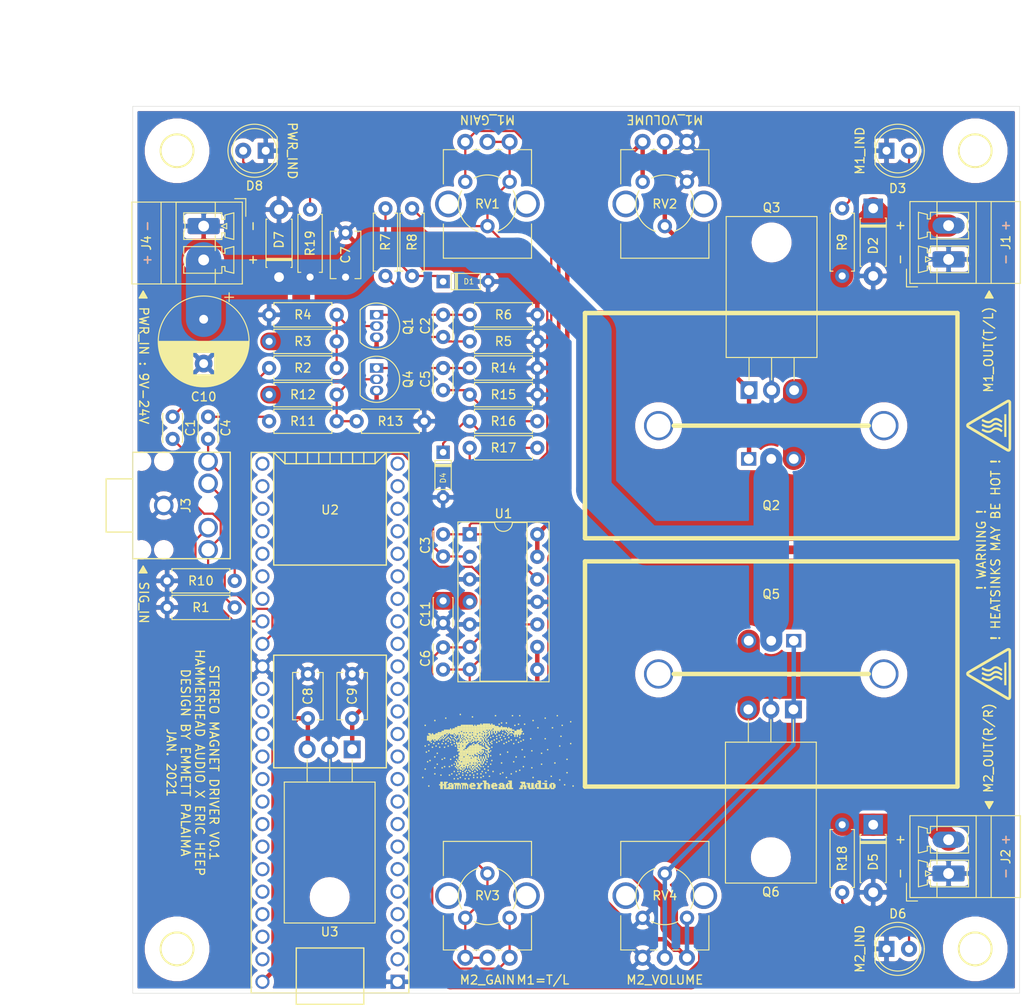
<source format=kicad_pcb>
(kicad_pcb (version 20171130) (host pcbnew "(5.1.2-1)-1")
  (layers (0 F.Cu signal) (31 B.Cu signal) (34 B.Paste user) (35 F.Paste user) (36 B.SilkS user) (37 F.SilkS user) (38 B.Mask user) (39 F.Mask user) (44 Edge.Cuts user))
  (net 0 "")
  (net 1 "Net-(C1-Pad1)")
  (net 2 IN_L)
  (net 3 "Net-(C2-Pad1)")
  (net 4 "Net-(C2-Pad2)")
  (net 5 "Net-(C3-Pad2)")
  (net 6 "Net-(C3-Pad1)")
  (net 7 IN_R)
  (net 8 "Net-(C4-Pad1)")
  (net 9 "Net-(C5-Pad2)")
  (net 10 "Net-(C5-Pad1)")
  (net 11 "Net-(C6-Pad1)")
  (net 12 "Net-(C6-Pad2)")
  (net 13 GND)
  (net 14 VDC)
  (net 15 +5V)
  (net 16 "Net-(D1-Pad1)")
  (net 17 "Net-(D2-Pad1)")
  (net 18 "Net-(D3-Pad2)")
  (net 19 "Net-(D4-Pad1)")
  (net 20 "Net-(D5-Pad1)")
  (net 21 "Net-(D6-Pad2)")
  (net 22 "Net-(D8-Pad2)")
  (net 23 TEENSY_R)
  (net 24 TEENSY_L)
  (net 25 "Net-(Q1-Pad2)")
  (net 26 "Net-(Q2-Pad1)")
  (net 27 "Net-(Q4-Pad2)")
  (net 28 "Net-(Q5-Pad1)")
  (net 29 "Net-(RV2-Pad3)")
  (net 30 "Net-(RV4-Pad3)")
  (net 31 "Net-(U2-Pad17)")
  (net 32 "Net-(U2-Pad18)")
  (net 33 "Net-(U2-Pad19)")
  (net 34 "Net-(U2-Pad20)")
  (net 35 "Net-(U2-Pad16)")
  (net 36 "Net-(U2-Pad15)")
  (net 37 "Net-(U2-Pad14)")
  (net 38 "Net-(U2-Pad21)")
  (net 39 "Net-(U2-Pad22)")
  (net 40 "Net-(U2-Pad23)")
  (net 41 "Net-(U2-Pad24)")
  (net 42 "Net-(U2-Pad25)")
  (net 43 "Net-(U2-Pad26)")
  (net 44 "Net-(U2-Pad27)")
  (net 45 "Net-(U2-Pad28)")
  (net 46 "Net-(U2-Pad29)")
  (net 47 "Net-(U2-Pad30)")
  (net 48 "Net-(U2-Pad31)")
  (net 49 "Net-(U2-Pad13)")
  (net 50 "Net-(U2-Pad12)")
  (net 51 "Net-(U2-Pad11)")
  (net 52 "Net-(U2-Pad10)")
  (net 53 "Net-(U2-Pad9)")
  (net 54 "Net-(U2-Pad8)")
  (net 55 "Net-(U2-Pad7)")
  (net 56 "Net-(U2-Pad6)")
  (net 57 "Net-(U2-Pad5)")
  (net 58 "Net-(U2-Pad4)")
  (net 59 "Net-(U2-Pad3)")
  (net 60 "Net-(U2-Pad2)")
  (net 61 "Net-(U2-Pad35)")
  (net 62 "Net-(U2-Pad36)")
  (net 63 "Net-(U2-Pad37)")
  (net 64 "Net-(U2-Pad38)")
  (net 65 "Net-(U2-Pad39)")
  (net 66 "Net-(U2-Pad40)")
  (net 67 "Net-(U2-Pad41)")
  (net 68 "Net-(U2-Pad42)")
  (net 69 "Net-(U2-Pad43)")
  (net 70 "Net-(U2-Pad44)")
  (net 71 "Net-(U2-Pad45)")
  (net 72 "Net-(U2-Pad46)")
  (net 73 "Net-(U2-Pad47)")
  (module HammerheadAudio:TO-220_BigHeatsink (layer F.Cu) (at 122 114 180)
    (fp_text reference Q5 (at 0 9) (layer F.SilkS))
    (fp_text value TIP122)
    (pad 1 thru_hole rect (at -2.54 3.75 180) (size 1.7 1.524) (drill 1.1) (layers *.Cu *.Mask) (net 28 "Net-(Q5-Pad1)"))
    (pad 2 thru_hole circle (at 0 3.75 180) (size 1.7 1.7) (drill 1.1) (layers *.Cu *.Mask) (net 14 VDC))
    (pad 3 thru_hole circle (at 2.54 3.75 180) (size 1.7 1.7) (drill 1.1) (layers *.Cu *.Mask) (net 20 "Net-(D5-Pad1)"))
    (pad "" np_thru_hole circle (at 12.7 0 180) (size 3.3 3.3) (drill 2.7) (layers *.Cu *.Mask) (clearance 1))
    (pad "" np_thru_hole circle (at -12.7 0 180) (size 3.3 3.3) (drill 2.7) (layers *.Cu *.Mask) (clearance 1))
  )
  (module HammerheadAudio:TO-220_BigHeatsink (layer F.Cu) (at 122 86)
    (fp_text reference Q2 (at 0 9) (layer F.SilkS))
    (fp_text value TIP122)
    (pad 1 thru_hole rect (at -2.54 3.75) (size 1.7 1.524) (drill 1.1) (layers *.Cu *.Mask) (net 26 "Net-(Q2-Pad1)"))
    (pad 2 thru_hole circle (at 0 3.75) (size 1.7 1.7) (drill 1.1) (layers *.Cu *.Mask) (net 14 VDC))
    (pad 3 thru_hole circle (at 2.54 3.75) (size 1.7 1.7) (drill 1.1) (layers *.Cu *.Mask) (net 17 "Net-(D2-Pad1)"))
    (pad "" np_thru_hole circle (at 12.7 0) (size 3.3 3.3) (drill 2.7) (layers *.Cu *.Mask) (clearance 1))
    (pad "" np_thru_hole circle (at -12.7 0) (size 3.3 3.3) (drill 2.7) (layers *.Cu *.Mask) (clearance 1))
  )
  (module HammerheadAudio:HH_LOGO_17.5x8.75mm (layer F.Cu) (at 82.5 118.5)
    (fp_text reference HH_LOGO_17.5x8.75mm hide)
    (fp_text value "" (at 0 0) (layer F.SilkS) (effects (font (size 1.27 1.27))))
  )
  (module HammerheadAudio:HotSymbol (layer F.Cu) (at 146.5 114 90)
    (fp_text reference G*** hide)
    (fp_text value LOGO hide)
  )
  (module HammerheadAudio:HotSymbol (layer F.Cu) (at 146.5 86 90)
    (fp_text reference G*** hide)
    (fp_text value LOGO hide)
  )
  (module Capacitor_THT:C_Disc_D3.0mm_W2.0mm_P2.50mm (layer F.Cu) (at 54.5 85 270)
    (fp_text reference C1 (at 1.25 -2 90) (layer F.SilkS))
    (fp_text value 0.1uf)
    (pad 1 thru_hole circle (at 0 0 270) (size 1.6 1.6) (drill 0.8) (layers *.Cu *.Mask) (net 1 "Net-(C1-Pad1)"))
    (pad 2 thru_hole circle (at 2.5 0 270) (size 1.6 1.6) (drill 0.8) (layers *.Cu *.Mask) (net 2 IN_L))
  )
  (module Capacitor_THT:C_Disc_D3.0mm_W2.0mm_P2.50mm (layer F.Cu) (at 85 73.5 270)
    (fp_text reference C2 (at 1.25 2 90) (layer F.SilkS))
    (fp_text value 0.1uf)
    (pad 1 thru_hole circle (at 0 0 270) (size 1.6 1.6) (drill 0.8) (layers *.Cu *.Mask) (net 3 "Net-(C2-Pad1)"))
    (pad 2 thru_hole circle (at 2.5 0 270) (size 1.6 1.6) (drill 0.8) (layers *.Cu *.Mask) (net 4 "Net-(C2-Pad2)"))
  )
  (module Capacitor_THT:C_Disc_D3.0mm_W2.0mm_P2.50mm (layer F.Cu) (at 85 98.25 270)
    (fp_text reference C3 (at 1.25 2 90) (layer F.SilkS))
    (fp_text value 470pf)
    (pad 2 thru_hole circle (at 2.5 0 270) (size 1.6 1.6) (drill 0.8) (layers *.Cu *.Mask) (net 5 "Net-(C3-Pad2)"))
    (pad 1 thru_hole circle (at 0 0 270) (size 1.6 1.6) (drill 0.8) (layers *.Cu *.Mask) (net 6 "Net-(C3-Pad1)"))
  )
  (module Capacitor_THT:C_Disc_D3.0mm_W2.0mm_P2.50mm (layer F.Cu) (at 58.5 85 270)
    (fp_text reference C4 (at 1.25 -2 90) (layer F.SilkS))
    (fp_text value 0.1uf)
    (pad 2 thru_hole circle (at 2.5 0 270) (size 1.6 1.6) (drill 0.8) (layers *.Cu *.Mask) (net 7 IN_R))
    (pad 1 thru_hole circle (at 0 0 270) (size 1.6 1.6) (drill 0.8) (layers *.Cu *.Mask) (net 8 "Net-(C4-Pad1)"))
  )
  (module Capacitor_THT:C_Disc_D3.0mm_W2.0mm_P2.50mm (layer F.Cu) (at 85 82 90)
    (fp_text reference C5 (at 1.25 -2 270) (layer F.SilkS))
    (fp_text value 0.1uf)
    (pad 2 thru_hole circle (at 2.5 0 90) (size 1.6 1.6) (drill 0.8) (layers *.Cu *.Mask) (net 9 "Net-(C5-Pad2)"))
    (pad 1 thru_hole circle (at 0 0 90) (size 1.6 1.6) (drill 0.8) (layers *.Cu *.Mask) (net 10 "Net-(C5-Pad1)"))
  )
  (module Capacitor_THT:C_Disc_D3.0mm_W2.0mm_P2.50mm (layer F.Cu) (at 85 113.5 90)
    (fp_text reference C6 (at 1.25 -2 90) (layer F.SilkS))
    (fp_text value 470pf)
    (pad 1 thru_hole circle (at 0 0 90) (size 1.6 1.6) (drill 0.8) (layers *.Cu *.Mask) (net 11 "Net-(C6-Pad1)"))
    (pad 2 thru_hole circle (at 2.5 0 90) (size 1.6 1.6) (drill 0.8) (layers *.Cu *.Mask) (net 12 "Net-(C6-Pad2)"))
  )
  (module Capacitor_THT:C_Disc_D5.1mm_W3.2mm_P5.00mm (layer F.Cu) (at 74 64.25 270)
    (fp_text reference C7 (at 2.5 0 90) (layer F.SilkS))
    (fp_text value 10uf)
    (pad 1 thru_hole circle (at 0 0 270) (size 1.6 1.6) (drill 0.8) (layers *.Cu *.Mask) (net 13 GND))
    (pad 2 thru_hole circle (at 5 0 270) (size 1.6 1.6) (drill 0.8) (layers *.Cu *.Mask) (net 14 VDC))
  )
  (module Capacitor_THT:C_Disc_D5.1mm_W3.2mm_P5.00mm (layer F.Cu) (at 69.75 119 90)
    (fp_text reference C8 (at 2.5 0 90) (layer F.SilkS))
    (fp_text value 10uf)
    (pad 2 thru_hole circle (at 5 0 90) (size 1.6 1.6) (drill 0.8) (layers *.Cu *.Mask) (net 13 GND))
    (pad 1 thru_hole circle (at 0 0 90) (size 1.6 1.6) (drill 0.8) (layers *.Cu *.Mask) (net 15 +5V))
  )
  (module Capacitor_THT:C_Disc_D5.1mm_W3.2mm_P5.00mm (layer F.Cu) (at 74.75 119 90)
    (fp_text reference C9 (at 2.5 0 90) (layer F.SilkS))
    (fp_text value 10uf)
    (pad 1 thru_hole circle (at 0 0 90) (size 1.6 1.6) (drill 0.8) (layers *.Cu *.Mask) (net 14 VDC))
    (pad 2 thru_hole circle (at 5 0 90) (size 1.6 1.6) (drill 0.8) (layers *.Cu *.Mask) (net 13 GND))
  )
  (module Capacitor_THT:CP_Radial_D10.0mm_P5.00mm (layer F.Cu) (at 58 74 270)
    (fp_text reference C10 (at 8.75 0 180) (layer F.SilkS))
    (fp_text value CP)
    (pad 1 thru_hole rect (at 0 0 270) (size 2 2) (drill 1) (layers *.Cu *.Mask) (net 14 VDC))
    (pad 2 thru_hole circle (at 5 0 270) (size 2 2) (drill 1) (layers *.Cu *.Mask) (net 13 GND))
  )
  (module HammerheadAudio:DO-35-P5mm (layer F.Cu) (at 85 69.75)
    (fp_text reference D1 (at 2.9 0) (layer F.SilkS) (effects (font (size 0.608 0.608) (thickness 0.0912))))
    (fp_text value 1N914)
    (pad 2 thru_hole oval (at 5.08 0) (size 1.5 1.5) (drill 0.75) (layers *.Cu *.Mask) (net 13 GND))
    (pad 1 thru_hole rect (at 0 0) (size 1.5 1.5) (drill 0.75) (layers *.Cu *.Mask) (net 16 "Net-(D1-Pad1)"))
  )
  (module Diode_THT:D_DO-41_SOD81_P7.62mm_Horizontal (layer F.Cu) (at 133.5 61.5 270)
    (fp_text reference D2 (at 4.2 0 90) (layer F.SilkS))
    (fp_text value 1N4001)
    (pad 2 thru_hole oval (at 7.62 0 270) (size 2.2 2.2) (drill 1.1) (layers *.Cu *.Mask) (net 13 GND))
    (pad 1 thru_hole rect (at 0 0 270) (size 2.2 2.2) (drill 1.1) (layers *.Cu *.Mask) (net 17 "Net-(D2-Pad1)"))
  )
  (module LED_THT:LED_D5.0mm (layer F.Cu) (at 135 55)
    (fp_text reference D3 (at 1.25 4.25) (layer F.SilkS))
    (fp_text value LED)
    (pad 1 thru_hole rect (at 0 0) (size 1.8 1.8) (drill 0.9) (layers *.Cu *.Mask) (net 13 GND))
    (pad 2 thru_hole circle (at 2.54 0) (size 1.8 1.8) (drill 0.9) (layers *.Cu *.Mask) (net 18 "Net-(D3-Pad2)"))
  )
  (module HammerheadAudio:DO-35-P5mm (layer F.Cu) (at 85 89 270)
    (fp_text reference D4 (at 2.9 0 90) (layer F.SilkS) (effects (font (size 0.608 0.608) (thickness 0.0912))))
    (fp_text value 1N914)
    (pad 1 thru_hole rect (at 0 0 270) (size 1.5 1.5) (drill 0.75) (layers *.Cu *.Mask) (net 19 "Net-(D4-Pad1)"))
    (pad 2 thru_hole oval (at 5.08 0 270) (size 1.5 1.5) (drill 0.75) (layers *.Cu *.Mask) (net 13 GND))
  )
  (module Diode_THT:D_DO-41_SOD81_P7.62mm_Horizontal (layer F.Cu) (at 133.5 131 270)
    (fp_text reference D5 (at 4.2 0 90) (layer F.SilkS))
    (fp_text value 1N4001)
    (pad 1 thru_hole rect (at 0 0 270) (size 2.2 2.2) (drill 1.1) (layers *.Cu *.Mask) (net 20 "Net-(D5-Pad1)"))
    (pad 2 thru_hole oval (at 7.62 0 270) (size 2.2 2.2) (drill 1.1) (layers *.Cu *.Mask) (net 13 GND))
  )
  (module LED_THT:LED_D5.0mm (layer F.Cu) (at 135 145)
    (fp_text reference D6 (at 1.27 -3.96) (layer F.SilkS))
    (fp_text value LED)
    (pad 2 thru_hole circle (at 2.54 0) (size 1.8 1.8) (drill 0.9) (layers *.Cu *.Mask) (net 21 "Net-(D6-Pad2)"))
    (pad 1 thru_hole rect (at 0 0) (size 1.8 1.8) (drill 0.9) (layers *.Cu *.Mask) (net 13 GND))
  )
  (module Diode_THT:D_DO-41_SOD81_P7.62mm_Horizontal (layer F.Cu) (at 66.5 69.25 90)
    (fp_text reference D7 (at 4.2 0 90) (layer F.SilkS))
    (fp_text value 1N4001)
    (pad 1 thru_hole rect (at 0 0 90) (size 2.2 2.2) (drill 1.1) (layers *.Cu *.Mask) (net 14 VDC))
    (pad 2 thru_hole oval (at 7.62 0 90) (size 2.2 2.2) (drill 1.1) (layers *.Cu *.Mask) (net 13 GND))
  )
  (module LED_THT:LED_D5.0mm (layer F.Cu) (at 65 55 180)
    (fp_text reference D8 (at 1.27 -3.96) (layer F.SilkS))
    (fp_text value LED)
    (pad 1 thru_hole rect (at 0 0 180) (size 1.8 1.8) (drill 0.9) (layers *.Cu *.Mask) (net 13 GND))
    (pad 2 thru_hole circle (at 2.54 0 180) (size 1.8 1.8) (drill 0.9) (layers *.Cu *.Mask) (net 22 "Net-(D8-Pad2)"))
  )
  (module HammerheadAudio:Phoenix_Stacked_Marking2 (layer F.Cu) (at 142 67.25 90)
    (fp_text reference J1 (at 1.9 6.45 90) (layer F.SilkS))
    (fp_text value MAGNET1)
    (fp_text user + (at 3.81 6.4 90) (layer F.SilkS))
    (fp_text user - (at 0 6.4 90) (layer F.SilkS))
    (fp_text user - (at 0 6.4 90) (layer B.SilkS))
    (fp_text user + (at 3.81 6.4 90) (layer B.SilkS))
    (fp_text user + (at 3.81 -5.5 90) (layer F.SilkS))
    (fp_text user - (at 0 -5.5 90) (layer F.SilkS))
    (pad 1 thru_hole roundrect (at 0 0 90) (size 1.8 3.6) (drill 1.2) (layers *.Cu *.Mask) (roundrect_rratio 0.138889) (net 13 GND))
    (pad 2 thru_hole oval (at 3.81 0 90) (size 1.8 3.6) (drill 1.2) (layers *.Cu *.Mask) (net 17 "Net-(D2-Pad1)"))
    (pad 2 thru_hole oval (at 3.81 0 90) (size 1.8 3.6) (drill 1.2) (layers *.Cu *.Mask) (net 17 "Net-(D2-Pad1)"))
    (pad 1 thru_hole roundrect (at 0 0 90) (size 1.8 3.6) (drill 1.2) (layers *.Cu *.Mask) (roundrect_rratio 0.138889) (net 13 GND))
  )
  (module HammerheadAudio:Phoenix_Stacked_Marking2 (layer F.Cu) (at 142 136.5 90)
    (fp_text reference J2 (at 1.9 6.45 90) (layer F.SilkS))
    (fp_text value MAGNET2)
    (fp_text user - (at 0 -5.5 90) (layer F.SilkS))
    (fp_text user + (at 3.81 -5.5 90) (layer F.SilkS))
    (fp_text user + (at 3.81 6.4 90) (layer B.SilkS))
    (fp_text user - (at 0 6.4 90) (layer B.SilkS))
    (fp_text user - (at 0 6.4 90) (layer F.SilkS))
    (fp_text user + (at 3.81 6.4 90) (layer F.SilkS))
    (pad 1 thru_hole roundrect (at 0 0 90) (size 1.8 3.6) (drill 1.2) (layers *.Cu *.Mask) (roundrect_rratio 0.138889) (net 13 GND))
    (pad 2 thru_hole oval (at 3.81 0 90) (size 1.8 3.6) (drill 1.2) (layers *.Cu *.Mask) (net 20 "Net-(D5-Pad1)"))
    (pad 2 thru_hole oval (at 3.81 0 90) (size 1.8 3.6) (drill 1.2) (layers *.Cu *.Mask) (net 20 "Net-(D5-Pad1)"))
    (pad 1 thru_hole roundrect (at 0 0 90) (size 1.8 3.6) (drill 1.2) (layers *.Cu *.Mask) (roundrect_rratio 0.138889) (net 13 GND))
  )
  (module HammerheadAudio:Tayda_SwitchedStereoJack-PJ-307 (layer F.Cu) (at 49 95 270)
    (fp_text reference J3 (at 0 -7 90) (layer F.SilkS))
    (fp_text value INPUT_JACK)
    (pad S thru_hole circle (at 0 -4.5 270) (size 2.2 2.2) (drill 1.5) (layers *.Cu *.Mask) (net 13 GND))
    (pad "" np_thru_hole circle (at 0 -9.5 270) (size 1.2 1.2) (drill 1.2) (layers *.Cu *.Mask))
    (pad RN thru_hole circle (at -2.5 -9.5 270) (size 2.2 2.2) (drill 1.5) (layers *.Cu *.Mask) (net 23 TEENSY_R))
    (pad R thru_hole circle (at -5 -9.5 270) (size 2.2 2.2) (drill 1.5) (layers *.Cu *.Mask) (net 7 IN_R))
    (pad T thru_hole circle (at 5 -9.5 270) (size 2.2 2.2) (drill 1.5) (layers *.Cu *.Mask) (net 2 IN_L))
    (pad TN thru_hole circle (at 2.5 -9.5 270) (size 2.2 2.2) (drill 1.5) (layers *.Cu *.Mask) (net 24 TEENSY_L))
    (pad "" np_thru_hole circle (at -5 -4.5 270) (size 1.2 1.2) (drill 1.2) (layers *.Cu *.Mask))
    (pad "" np_thru_hole circle (at 5 -4.5 270) (size 1.2 1.2) (drill 1.2) (layers *.Cu *.Mask))
    (pad "" np_thru_hole circle (at 5 -2 270) (size 1.2 1.2) (drill 1.2) (layers *.Cu *.Mask))
    (pad "" np_thru_hole circle (at -5 -2 270) (size 1.2 1.2) (drill 1.2) (layers *.Cu *.Mask))
  )
  (module HammerheadAudio:Phoenix_Stacked_Marking2 (layer F.Cu) (at 58 63.5 270)
    (fp_text reference J4 (at 1.9 6.45 90) (layer F.SilkS))
    (fp_text value PWR_IN)
    (fp_text user + (at 3.81 6.4 90) (layer F.SilkS))
    (fp_text user - (at 0 6.4 90) (layer F.SilkS))
    (fp_text user - (at 0 6.4 90) (layer B.SilkS))
    (fp_text user + (at 3.81 6.4 90) (layer B.SilkS))
    (fp_text user + (at 3.81 -5.5 90) (layer F.SilkS))
    (fp_text user - (at 0 -5.5 90) (layer F.SilkS))
    (pad 1 thru_hole roundrect (at 0 0 270) (size 1.8 3.6) (drill 1.2) (layers *.Cu *.Mask) (roundrect_rratio 0.138889) (net 13 GND))
    (pad 2 thru_hole oval (at 3.81 0 270) (size 1.8 3.6) (drill 1.2) (layers *.Cu *.Mask) (net 14 VDC))
    (pad 2 thru_hole oval (at 3.81 0 270) (size 1.8 3.6) (drill 1.2) (layers *.Cu *.Mask) (net 14 VDC))
    (pad 1 thru_hole roundrect (at 0 0 270) (size 1.8 3.6) (drill 1.2) (layers *.Cu *.Mask) (roundrect_rratio 0.138889) (net 13 GND))
  )
  (module Package_TO_SOT_THT:TO-92_Inline (layer F.Cu) (at 77.5 73.5 270)
    (fp_text reference Q1 (at 1.27 -3.56 90) (layer F.SilkS))
    (fp_text value 2N3904)
    (pad 2 thru_hole oval (at 1.27 0 270) (size 1.05 1.5) (drill 0.75) (layers *.Cu *.Mask) (net 25 "Net-(Q1-Pad2)"))
    (pad 3 thru_hole oval (at 2.54 0 270) (size 1.05 1.5) (drill 0.75) (layers *.Cu *.Mask) (net 14 VDC))
    (pad 1 thru_hole rect (at 0 0 270) (size 1.05 1.5) (drill 0.75) (layers *.Cu *.Mask) (net 4 "Net-(C2-Pad2)"))
  )
  (module Package_TO_SOT_THT:TO-220-3_Horizontal_TabDown (layer F.Cu) (at 119.5 82)
    (fp_text reference Q3 (at 2.54 -20.58) (layer F.SilkS))
    (fp_text value TIP32A)
    (pad "" np_thru_hole oval (at 2.54 -16.66) (size 3.5 3.5) (drill 3.5) (layers *.Cu *.Mask))
    (pad 1 thru_hole rect (at 0 0) (size 1.905 2) (drill 1.1) (layers *.Cu *.Mask) (net 26 "Net-(Q2-Pad1)"))
    (pad 2 thru_hole oval (at 2.54 0) (size 1.905 2) (drill 1.1) (layers *.Cu *.Mask) (net 13 GND))
    (pad 3 thru_hole oval (at 5.08 0) (size 1.905 2) (drill 1.1) (layers *.Cu *.Mask) (net 17 "Net-(D2-Pad1)"))
  )
  (module Package_TO_SOT_THT:TO-92_Inline (layer F.Cu) (at 77.5 79.5 270)
    (fp_text reference Q4 (at 1.27 -3.56 90) (layer F.SilkS))
    (fp_text value 2N3904)
    (pad 1 thru_hole rect (at 0 0 270) (size 1.05 1.5) (drill 0.75) (layers *.Cu *.Mask) (net 9 "Net-(C5-Pad2)"))
    (pad 3 thru_hole oval (at 2.54 0 270) (size 1.05 1.5) (drill 0.75) (layers *.Cu *.Mask) (net 14 VDC))
    (pad 2 thru_hole oval (at 1.27 0 270) (size 1.05 1.5) (drill 0.75) (layers *.Cu *.Mask) (net 27 "Net-(Q4-Pad2)"))
  )
  (module Package_TO_SOT_THT:TO-220-3_Horizontal_TabDown (layer F.Cu) (at 124.5 118 180)
    (fp_text reference Q6 (at 2.54 -20.58) (layer F.SilkS))
    (fp_text value TIP32A)
    (pad "" np_thru_hole oval (at 2.54 -16.66 180) (size 3.5 3.5) (drill 3.5) (layers *.Cu *.Mask))
    (pad 1 thru_hole rect (at 0 0 180) (size 1.905 2) (drill 1.1) (layers *.Cu *.Mask) (net 28 "Net-(Q5-Pad1)"))
    (pad 2 thru_hole oval (at 2.54 0 180) (size 1.905 2) (drill 1.1) (layers *.Cu *.Mask) (net 13 GND))
    (pad 3 thru_hole oval (at 5.08 0 180) (size 1.905 2) (drill 1.1) (layers *.Cu *.Mask) (net 20 "Net-(D5-Pad1)"))
  )
  (module HammerheadAudio:R_THT_P7.62 (layer F.Cu) (at 61.5 106.5 180)
    (fp_text reference R1 (at 3.81 0) (layer F.SilkS))
    (fp_text value 1M)
    (pad 1 thru_hole circle (at 0 0 180) (size 1.6 1.6) (drill 0.8) (layers *.Cu *.Mask) (net 2 IN_L))
    (pad 2 thru_hole oval (at 7.62 0 180) (size 1.6 1.6) (drill 0.8) (layers *.Cu *.Mask) (net 13 GND))
  )
  (module HammerheadAudio:R_THT_P7.62 (layer F.Cu) (at 73 79.5 180)
    (fp_text reference R2 (at 3.81 0) (layer F.SilkS))
    (fp_text value 1k)
    (pad 2 thru_hole oval (at 7.62 0 180) (size 1.6 1.6) (drill 0.8) (layers *.Cu *.Mask) (net 1 "Net-(C1-Pad1)"))
    (pad 1 thru_hole circle (at 0 0 180) (size 1.6 1.6) (drill 0.8) (layers *.Cu *.Mask) (net 25 "Net-(Q1-Pad2)"))
  )
  (module HammerheadAudio:R_THT_P7.62 (layer F.Cu) (at 73 76.5 180)
    (fp_text reference R3 (at 3.81 0) (layer F.SilkS))
    (fp_text value 100k)
    (pad 2 thru_hole oval (at 7.62 0 180) (size 1.6 1.6) (drill 0.8) (layers *.Cu *.Mask) (net 14 VDC))
    (pad 1 thru_hole circle (at 0 0 180) (size 1.6 1.6) (drill 0.8) (layers *.Cu *.Mask) (net 25 "Net-(Q1-Pad2)"))
  )
  (module HammerheadAudio:R_THT_P7.62 (layer F.Cu) (at 73 73.5 180)
    (fp_text reference R4 (at 3.81 0) (layer F.SilkS))
    (fp_text value 100k)
    (pad 2 thru_hole oval (at 7.62 0 180) (size 1.6 1.6) (drill 0.8) (layers *.Cu *.Mask) (net 13 GND))
    (pad 1 thru_hole circle (at 0 0 180) (size 1.6 1.6) (drill 0.8) (layers *.Cu *.Mask) (net 25 "Net-(Q1-Pad2)"))
  )
  (module HammerheadAudio:R_THT_P7.62 (layer F.Cu) (at 88 76.5)
    (fp_text reference R5 (at 3.81 0) (layer F.SilkS))
    (fp_text value 10k)
    (pad 1 thru_hole circle (at 0 0) (size 1.6 1.6) (drill 0.8) (layers *.Cu *.Mask) (net 4 "Net-(C2-Pad2)"))
    (pad 2 thru_hole oval (at 7.62 0) (size 1.6 1.6) (drill 0.8) (layers *.Cu *.Mask) (net 13 GND))
  )
  (module HammerheadAudio:R_THT_P7.62 (layer F.Cu) (at 88 73.5)
    (fp_text reference R6 (at 3.81 0) (layer F.SilkS))
    (fp_text value 10k)
    (pad 1 thru_hole circle (at 0 0) (size 1.6 1.6) (drill 0.8) (layers *.Cu *.Mask) (net 3 "Net-(C2-Pad1)"))
    (pad 2 thru_hole oval (at 7.62 0) (size 1.6 1.6) (drill 0.8) (layers *.Cu *.Mask) (net 13 GND))
  )
  (module HammerheadAudio:R_THT_P7.62 (layer F.Cu) (at 78.5 61.5 270)
    (fp_text reference R7 (at 3.81 0 90) (layer F.SilkS))
    (fp_text value 100R)
    (pad 2 thru_hole oval (at 7.62 0 270) (size 1.6 1.6) (drill 0.8) (layers *.Cu *.Mask) (net 3 "Net-(C2-Pad1)"))
    (pad 1 thru_hole circle (at 0 0 270) (size 1.6 1.6) (drill 0.8) (layers *.Cu *.Mask) (net 16 "Net-(D1-Pad1)"))
  )
  (module HammerheadAudio:R_THT_P7.62 (layer F.Cu) (at 81.5 61.5 270)
    (fp_text reference R8 (at 3.81 0 90) (layer F.SilkS))
    (fp_text value 100R)
    (pad 2 thru_hole oval (at 7.62 0 270) (size 1.6 1.6) (drill 0.8) (layers *.Cu *.Mask) (net 16 "Net-(D1-Pad1)"))
    (pad 1 thru_hole circle (at 0 0 270) (size 1.6 1.6) (drill 0.8) (layers *.Cu *.Mask) (net 5 "Net-(C3-Pad2)"))
  )
  (module HammerheadAudio:R_THT_P7.62 (layer F.Cu) (at 130 69.12 90)
    (fp_text reference R9 (at 3.81 0 90) (layer F.SilkS))
    (fp_text value 220)
    (pad 2 thru_hole oval (at 7.62 0 90) (size 1.6 1.6) (drill 0.8) (layers *.Cu *.Mask) (net 18 "Net-(D3-Pad2)"))
    (pad 1 thru_hole circle (at 0 0 90) (size 1.6 1.6) (drill 0.8) (layers *.Cu *.Mask) (net 17 "Net-(D2-Pad1)"))
  )
  (module HammerheadAudio:R_THT_P7.62 (layer F.Cu) (at 61.5 103.5 180)
    (fp_text reference R10 (at 3.81 0) (layer F.SilkS))
    (fp_text value 1M)
    (pad 1 thru_hole circle (at 0 0 180) (size 1.6 1.6) (drill 0.8) (layers *.Cu *.Mask) (net 7 IN_R))
    (pad 2 thru_hole oval (at 7.62 0 180) (size 1.6 1.6) (drill 0.8) (layers *.Cu *.Mask) (net 13 GND))
  )
  (module HammerheadAudio:R_THT_P7.62 (layer F.Cu) (at 73 85.5 180)
    (fp_text reference R11 (at 3.81 0) (layer F.SilkS))
    (fp_text value 1k)
    (pad 2 thru_hole oval (at 7.62 0 180) (size 1.6 1.6) (drill 0.8) (layers *.Cu *.Mask) (net 8 "Net-(C4-Pad1)"))
    (pad 1 thru_hole circle (at 0 0 180) (size 1.6 1.6) (drill 0.8) (layers *.Cu *.Mask) (net 27 "Net-(Q4-Pad2)"))
  )
  (module HammerheadAudio:R_THT_P7.62 (layer F.Cu) (at 73 82.5 180)
    (fp_text reference R12 (at 3.81 0) (layer F.SilkS))
    (fp_text value 100k)
    (pad 1 thru_hole circle (at 0 0 180) (size 1.6 1.6) (drill 0.8) (layers *.Cu *.Mask) (net 27 "Net-(Q4-Pad2)"))
    (pad 2 thru_hole oval (at 7.62 0 180) (size 1.6 1.6) (drill 0.8) (layers *.Cu *.Mask) (net 14 VDC))
  )
  (module HammerheadAudio:R_THT_P7.62 (layer F.Cu) (at 75.25 85.5)
    (fp_text reference R13 (at 3.81 0) (layer F.SilkS))
    (fp_text value 100k)
    (pad 2 thru_hole oval (at 7.62 0) (size 1.6 1.6) (drill 0.8) (layers *.Cu *.Mask) (net 13 GND))
    (pad 1 thru_hole circle (at 0 0) (size 1.6 1.6) (drill 0.8) (layers *.Cu *.Mask) (net 27 "Net-(Q4-Pad2)"))
  )
  (module HammerheadAudio:R_THT_P7.62 (layer F.Cu) (at 88 79.5)
    (fp_text reference R14 (at 3.81 0) (layer F.SilkS))
    (fp_text value 10k)
    (pad 1 thru_hole circle (at 0 0) (size 1.6 1.6) (drill 0.8) (layers *.Cu *.Mask) (net 9 "Net-(C5-Pad2)"))
    (pad 2 thru_hole oval (at 7.62 0) (size 1.6 1.6) (drill 0.8) (layers *.Cu *.Mask) (net 13 GND))
  )
  (module HammerheadAudio:R_THT_P7.62 (layer F.Cu) (at 88 82.5)
    (fp_text reference R15 (at 3.81 0) (layer F.SilkS))
    (fp_text value 10k)
    (pad 1 thru_hole circle (at 0 0) (size 1.6 1.6) (drill 0.8) (layers *.Cu *.Mask) (net 10 "Net-(C5-Pad1)"))
    (pad 2 thru_hole oval (at 7.62 0) (size 1.6 1.6) (drill 0.8) (layers *.Cu *.Mask) (net 13 GND))
  )
  (module HammerheadAudio:R_THT_P7.62 (layer F.Cu) (at 88 85.5)
    (fp_text reference R16 (at 3.81 0) (layer F.SilkS))
    (fp_text value 100R)
    (pad 1 thru_hole circle (at 0 0) (size 1.6 1.6) (drill 0.8) (layers *.Cu *.Mask) (net 19 "Net-(D4-Pad1)"))
    (pad 2 thru_hole oval (at 7.62 0) (size 1.6 1.6) (drill 0.8) (layers *.Cu *.Mask) (net 10 "Net-(C5-Pad1)"))
  )
  (module HammerheadAudio:R_THT_P7.62 (layer F.Cu) (at 130 131 270)
    (fp_text reference R18 (at 3.81 0 90) (layer F.SilkS))
    (fp_text value 220)
    (pad 1 thru_hole circle (at 0 0 270) (size 1.6 1.6) (drill 0.8) (layers *.Cu *.Mask) (net 20 "Net-(D5-Pad1)"))
    (pad 2 thru_hole oval (at 7.62 0 270) (size 1.6 1.6) (drill 0.8) (layers *.Cu *.Mask) (net 21 "Net-(D6-Pad2)"))
  )
  (module HammerheadAudio:R_THT_P7.62 (layer F.Cu) (at 70 69.25 90)
    (fp_text reference R19 (at 3.81 0 90) (layer F.SilkS))
    (fp_text value 220)
    (pad 1 thru_hole circle (at 0 0 90) (size 1.6 1.6) (drill 0.8) (layers *.Cu *.Mask) (net 14 VDC))
    (pad 2 thru_hole oval (at 7.62 0 90) (size 1.6 1.6) (drill 0.8) (layers *.Cu *.Mask) (net 22 "Net-(D8-Pad2)"))
  )
  (module HammerheadAudio:PTV09_PT6_Stacked (layer F.Cu) (at 90 54 270)
    (fp_text reference RV1 (at 7 0 180) (layer F.SilkS))
    (fp_text value A1M)
    (pad 1 thru_hole circle (at 4.5 -2.5 270) (size 1.62 1.62) (drill 0.9) (layers *.Cu *.Mask) (net 5 "Net-(C3-Pad2)"))
    (pad 3 thru_hole circle (at 4.5 2.5 270) (size 1.62 1.62) (drill 0.9) (layers *.Cu *.Mask) (net 6 "Net-(C3-Pad1)"))
    (pad 2 thru_hole circle (at 9.5 0 270) (size 1.62 1.62) (drill 0.9) (layers *.Cu *.Mask) (net 5 "Net-(C3-Pad2)"))
    (pad 1 thru_hole circle (at 0 -2.5 270) (size 1.8 1.8) (drill 1) (layers *.Cu *.Mask) (net 5 "Net-(C3-Pad2)"))
    (pad 2 thru_hole circle (at 0 0 270) (size 1.8 1.8) (drill 1) (layers *.Cu *.Mask) (net 5 "Net-(C3-Pad2)"))
    (pad 3 thru_hole circle (at 0 2.5 270) (size 1.8 1.8) (drill 1) (layers *.Cu *.Mask) (net 6 "Net-(C3-Pad1)"))
    (pad "" thru_hole circle (at 7 -4.4 270) (size 3 3) (drill 2.2) (layers *.Cu *.Mask))
    (pad "" thru_hole circle (at 7 4.4 270) (size 3 3) (drill 2.2) (layers *.Cu *.Mask))
  )
  (module HammerheadAudio:PTV09_PT6_Stacked (layer F.Cu) (at 110 54 270)
    (fp_text reference RV2 (at 7 0 180) (layer F.SilkS))
    (fp_text value B10K)
    (pad "" thru_hole circle (at 7 4.4 270) (size 3 3) (drill 2.2) (layers *.Cu *.Mask))
    (pad "" thru_hole circle (at 7 -4.4 270) (size 3 3) (drill 2.2) (layers *.Cu *.Mask))
    (pad 3 thru_hole circle (at 0 2.5 270) (size 1.8 1.8) (drill 1) (layers *.Cu *.Mask) (net 29 "Net-(RV2-Pad3)"))
    (pad 2 thru_hole circle (at 0 0 270) (size 1.8 1.8) (drill 1) (layers *.Cu *.Mask) (net 26 "Net-(Q2-Pad1)"))
    (pad 1 thru_hole circle (at 0 -2.5 270) (size 1.8 1.8) (drill 1) (layers *.Cu *.Mask) (net 13 GND))
    (pad 2 thru_hole circle (at 9.5 0 270) (size 1.62 1.62) (drill 0.9) (layers *.Cu *.Mask) (net 26 "Net-(Q2-Pad1)"))
    (pad 3 thru_hole circle (at 4.5 2.5 270) (size 1.62 1.62) (drill 0.9) (layers *.Cu *.Mask) (net 29 "Net-(RV2-Pad3)"))
    (pad 1 thru_hole circle (at 4.5 -2.5 270) (size 1.62 1.62) (drill 0.9) (layers *.Cu *.Mask) (net 13 GND))
  )
  (module HammerheadAudio:PTV09_PT6_Stacked (layer F.Cu) (at 90 146 90)
    (fp_text reference RV3 (at 7 0 180) (layer F.SilkS))
    (fp_text value A1M)
    (pad 1 thru_hole circle (at 4.5 -2.5 90) (size 1.62 1.62) (drill 0.9) (layers *.Cu *.Mask) (net 11 "Net-(C6-Pad1)"))
    (pad 3 thru_hole circle (at 4.5 2.5 90) (size 1.62 1.62) (drill 0.9) (layers *.Cu *.Mask) (net 12 "Net-(C6-Pad2)"))
    (pad 2 thru_hole circle (at 9.5 0 90) (size 1.62 1.62) (drill 0.9) (layers *.Cu *.Mask) (net 11 "Net-(C6-Pad1)"))
    (pad 1 thru_hole circle (at 0 -2.5 90) (size 1.8 1.8) (drill 1) (layers *.Cu *.Mask) (net 11 "Net-(C6-Pad1)"))
    (pad 2 thru_hole circle (at 0 0 90) (size 1.8 1.8) (drill 1) (layers *.Cu *.Mask) (net 11 "Net-(C6-Pad1)"))
    (pad 3 thru_hole circle (at 0 2.5 90) (size 1.8 1.8) (drill 1) (layers *.Cu *.Mask) (net 12 "Net-(C6-Pad2)"))
    (pad "" thru_hole circle (at 7 -4.4 90) (size 3 3) (drill 2.2) (layers *.Cu *.Mask))
    (pad "" thru_hole circle (at 7 4.4 90) (size 3 3) (drill 2.2) (layers *.Cu *.Mask))
  )
  (module HammerheadAudio:PTV09_PT6_Stacked (layer F.Cu) (at 110 146 90)
    (fp_text reference RV4 (at 7 0 180) (layer F.SilkS))
    (fp_text value B10K)
    (pad "" thru_hole circle (at 7 4.4 90) (size 3 3) (drill 2.2) (layers *.Cu *.Mask))
    (pad "" thru_hole circle (at 7 -4.4 90) (size 3 3) (drill 2.2) (layers *.Cu *.Mask))
    (pad 3 thru_hole circle (at 0 2.5 90) (size 1.8 1.8) (drill 1) (layers *.Cu *.Mask) (net 30 "Net-(RV4-Pad3)"))
    (pad 2 thru_hole circle (at 0 0 90) (size 1.8 1.8) (drill 1) (layers *.Cu *.Mask) (net 28 "Net-(Q5-Pad1)"))
    (pad 1 thru_hole circle (at 0 -2.5 90) (size 1.8 1.8) (drill 1) (layers *.Cu *.Mask) (net 13 GND))
    (pad 2 thru_hole circle (at 9.5 0 90) (size 1.62 1.62) (drill 0.9) (layers *.Cu *.Mask) (net 28 "Net-(Q5-Pad1)"))
    (pad 3 thru_hole circle (at 4.5 2.5 90) (size 1.62 1.62) (drill 0.9) (layers *.Cu *.Mask) (net 30 "Net-(RV4-Pad3)"))
    (pad 1 thru_hole circle (at 4.5 -2.5 90) (size 1.62 1.62) (drill 0.9) (layers *.Cu *.Mask) (net 13 GND))
  )
  (module Package_DIP:DIP-14_W7.62mm_Socket (layer F.Cu) (at 88 98.25)
    (fp_text reference U1 (at 3.81 -2.33) (layer F.SilkS))
    (fp_text value LM324)
    (pad 1 thru_hole rect (at 0 0) (size 1.6 1.6) (drill 0.8) (layers *.Cu *.Mask) (net 6 "Net-(C3-Pad1)"))
    (pad 8 thru_hole oval (at 7.62 15.24) (size 1.6 1.6) (drill 0.8) (layers *.Cu *.Mask) (net 30 "Net-(RV4-Pad3)"))
    (pad 2 thru_hole oval (at 0 2.54) (size 1.6 1.6) (drill 0.8) (layers *.Cu *.Mask) (net 5 "Net-(C3-Pad2)"))
    (pad 9 thru_hole oval (at 7.62 12.7) (size 1.6 1.6) (drill 0.8) (layers *.Cu *.Mask) (net 30 "Net-(RV4-Pad3)"))
    (pad 3 thru_hole oval (at 0 5.08) (size 1.6 1.6) (drill 0.8) (layers *.Cu *.Mask) (net 13 GND))
    (pad 10 thru_hole oval (at 7.62 10.16) (size 1.6 1.6) (drill 0.8) (layers *.Cu *.Mask) (net 11 "Net-(C6-Pad1)"))
    (pad 4 thru_hole oval (at 0 7.62) (size 1.6 1.6) (drill 0.8) (layers *.Cu *.Mask) (net 14 VDC))
    (pad 11 thru_hole oval (at 7.62 7.62) (size 1.6 1.6) (drill 0.8) (layers *.Cu *.Mask) (net 13 GND))
    (pad 5 thru_hole oval (at 0 10.16) (size 1.6 1.6) (drill 0.8) (layers *.Cu *.Mask) (net 13 GND))
    (pad 12 thru_hole oval (at 7.62 5.08) (size 1.6 1.6) (drill 0.8) (layers *.Cu *.Mask) (net 6 "Net-(C3-Pad1)"))
    (pad 6 thru_hole oval (at 0 12.7) (size 1.6 1.6) (drill 0.8) (layers *.Cu *.Mask) (net 12 "Net-(C6-Pad2)"))
    (pad 13 thru_hole oval (at 7.62 2.54) (size 1.6 1.6) (drill 0.8) (layers *.Cu *.Mask) (net 29 "Net-(RV2-Pad3)"))
    (pad 7 thru_hole oval (at 0 15.24) (size 1.6 1.6) (drill 0.8) (layers *.Cu *.Mask) (net 11 "Net-(C6-Pad1)"))
    (pad 14 thru_hole oval (at 7.62 0) (size 1.6 1.6) (drill 0.8) (layers *.Cu *.Mask) (net 29 "Net-(RV2-Pad3)"))
  )
  (module MeowWolf_Templates:TEENSY_3.5_3.6_MINIMAL (layer F.Cu) (at 72.25 119.5 90)
    (fp_text reference U2 (at 24 0 180) (layer F.SilkS))
    (fp_text value TEENSY_3.6_MINIMAL)
    (pad 17 thru_hole circle (at 11.43 7.62 90) (size 1.6 1.6) (drill 1.1) (layers *.Cu *.Mask) (net 31 "Net-(U2-Pad17)"))
    (pad 18 thru_hole circle (at 13.97 7.62 90) (size 1.6 1.6) (drill 1.1) (layers *.Cu *.Mask) (net 32 "Net-(U2-Pad18)"))
    (pad 19 thru_hole circle (at 16.51 7.62 90) (size 1.6 1.6) (drill 1.1) (layers *.Cu *.Mask) (net 33 "Net-(U2-Pad19)"))
    (pad 20 thru_hole circle (at 19.05 7.62 90) (size 1.6 1.6) (drill 1.1) (layers *.Cu *.Mask) (net 34 "Net-(U2-Pad20)"))
    (pad 16 thru_hole circle (at 8.89 7.62 90) (size 1.6 1.6) (drill 1.1) (layers *.Cu *.Mask) (net 35 "Net-(U2-Pad16)"))
    (pad 15 thru_hole circle (at 6.35 7.62 90) (size 1.6 1.6) (drill 1.1) (layers *.Cu *.Mask) (net 36 "Net-(U2-Pad15)"))
    (pad 14 thru_hole circle (at 3.81 7.62 90) (size 1.6 1.6) (drill 1.1) (layers *.Cu *.Mask) (net 37 "Net-(U2-Pad14)"))
    (pad 21 thru_hole circle (at 21.59 7.62 90) (size 1.6 1.6) (drill 1.1) (layers *.Cu *.Mask) (net 38 "Net-(U2-Pad21)"))
    (pad 22 thru_hole circle (at 24.13 7.62 90) (size 1.6 1.6) (drill 1.1) (layers *.Cu *.Mask) (net 39 "Net-(U2-Pad22)"))
    (pad 23 thru_hole circle (at 26.67 7.62 90) (size 1.6 1.6) (drill 1.1) (layers *.Cu *.Mask) (net 40 "Net-(U2-Pad23)"))
    (pad 24 thru_hole circle (at 29.21 7.62 90) (size 1.6 1.6) (drill 1.1) (layers *.Cu *.Mask) (net 41 "Net-(U2-Pad24)"))
    (pad 25 thru_hole circle (at 29.21 -7.62 90) (size 1.6 1.6) (drill 1.1) (layers *.Cu *.Mask) (net 42 "Net-(U2-Pad25)"))
    (pad 26 thru_hole circle (at 26.67 -7.62 90) (size 1.6 1.6) (drill 1.1) (layers *.Cu *.Mask) (net 43 "Net-(U2-Pad26)"))
    (pad 27 thru_hole circle (at 24.13 -7.62 90) (size 1.6 1.6) (drill 1.1) (layers *.Cu *.Mask) (net 44 "Net-(U2-Pad27)"))
    (pad 28 thru_hole circle (at 21.59 -7.62 90) (size 1.6 1.6) (drill 1.1) (layers *.Cu *.Mask) (net 45 "Net-(U2-Pad28)"))
    (pad 29 thru_hole circle (at 19.05 -7.62 90) (size 1.6 1.6) (drill 1.1) (layers *.Cu *.Mask) (net 46 "Net-(U2-Pad29)"))
    (pad 30 thru_hole circle (at 16.51 -7.62 90) (size 1.6 1.6) (drill 1.1) (layers *.Cu *.Mask) (net 47 "Net-(U2-Pad30)"))
    (pad 31 thru_hole circle (at 13.97 -7.62 90) (size 1.6 1.6) (drill 1.1) (layers *.Cu *.Mask) (net 48 "Net-(U2-Pad31)"))
    (pad 32 thru_hole circle (at 11.43 -7.62 90) (size 1.6 1.6) (drill 1.1) (layers *.Cu *.Mask) (net 24 TEENSY_L))
    (pad 13 thru_hole circle (at 1.27 7.62 90) (size 1.6 1.6) (drill 1.1) (layers *.Cu *.Mask) (net 49 "Net-(U2-Pad13)"))
    (pad 12 thru_hole circle (at -1.27 7.62 90) (size 1.6 1.6) (drill 1.1) (layers *.Cu *.Mask) (net 50 "Net-(U2-Pad12)"))
    (pad 11 thru_hole circle (at -3.81 7.62 90) (size 1.6 1.6) (drill 1.1) (layers *.Cu *.Mask) (net 51 "Net-(U2-Pad11)"))
    (pad 10 thru_hole circle (at -6.35 7.62 90) (size 1.6 1.6) (drill 1.1) (layers *.Cu *.Mask) (net 52 "Net-(U2-Pad10)"))
    (pad 9 thru_hole circle (at -8.89 7.62 90) (size 1.6 1.6) (drill 1.1) (layers *.Cu *.Mask) (net 53 "Net-(U2-Pad9)"))
    (pad 8 thru_hole circle (at -11.43 7.62 90) (size 1.6 1.6) (drill 1.1) (layers *.Cu *.Mask) (net 54 "Net-(U2-Pad8)"))
    (pad 7 thru_hole circle (at -13.97 7.62 90) (size 1.6 1.6) (drill 1.1) (layers *.Cu *.Mask) (net 55 "Net-(U2-Pad7)"))
    (pad 6 thru_hole circle (at -16.51 7.62 90) (size 1.6 1.6) (drill 1.1) (layers *.Cu *.Mask) (net 56 "Net-(U2-Pad6)"))
    (pad 5 thru_hole circle (at -19.05 7.62 90) (size 1.6 1.6) (drill 1.1) (layers *.Cu *.Mask) (net 57 "Net-(U2-Pad5)"))
    (pad 4 thru_hole circle (at -21.59 7.62 90) (size 1.6 1.6) (drill 1.1) (layers *.Cu *.Mask) (net 58 "Net-(U2-Pad4)"))
    (pad 3 thru_hole circle (at -24.13 7.62 90) (size 1.6 1.6) (drill 1.1) (layers *.Cu *.Mask) (net 59 "Net-(U2-Pad3)"))
    (pad 2 thru_hole circle (at -26.67 7.62 90) (size 1.6 1.6) (drill 1.1) (layers *.Cu *.Mask) (net 60 "Net-(U2-Pad2)"))
    (pad 1 thru_hole rect (at -29.21 7.62 90) (size 1.6 1.6) (drill 1.1) (layers *.Cu *.Mask) (net 13 GND))
    (pad 33 thru_hole circle (at 8.89 -7.62 90) (size 1.6 1.6) (drill 1.1) (layers *.Cu *.Mask) (net 23 TEENSY_R))
    (pad 34 thru_hole circle (at 6.35 -7.62 90) (size 1.6 1.6) (drill 1.1) (layers *.Cu *.Mask) (net 13 GND))
    (pad 35 thru_hole circle (at 3.81 -7.62 90) (size 1.6 1.6) (drill 1.1) (layers *.Cu *.Mask) (net 61 "Net-(U2-Pad35)"))
    (pad 36 thru_hole circle (at 1.27 -7.62 90) (size 1.6 1.6) (drill 1.1) (layers *.Cu *.Mask) (net 62 "Net-(U2-Pad36)"))
    (pad 37 thru_hole circle (at -1.27 -7.62 90) (size 1.6 1.6) (drill 1.1) (layers *.Cu *.Mask) (net 63 "Net-(U2-Pad37)"))
    (pad 38 thru_hole circle (at -3.81 -7.62 90) (size 1.6 1.6) (drill 1.1) (layers *.Cu *.Mask) (net 64 "Net-(U2-Pad38)"))
    (pad 39 thru_hole circle (at -6.35 -7.62 90) (size 1.6 1.6) (drill 1.1) (layers *.Cu *.Mask) (net 65 "Net-(U2-Pad39)"))
    (pad 40 thru_hole circle (at -8.89 -7.62 90) (size 1.6 1.6) (drill 1.1) (layers *.Cu *.Mask) (net 66 "Net-(U2-Pad40)"))
    (pad 41 thru_hole circle (at -11.43 -7.62 90) (size 1.6 1.6) (drill 1.1) (layers *.Cu *.Mask) (net 67 "Net-(U2-Pad41)"))
    (pad 42 thru_hole circle (at -13.97 -7.62 90) (size 1.6 1.6) (drill 1.1) (layers *.Cu *.Mask) (net 68 "Net-(U2-Pad42)"))
    (pad 43 thru_hole circle (at -16.51 -7.62 90) (size 1.6 1.6) (drill 1.1) (layers *.Cu *.Mask) (net 69 "Net-(U2-Pad43)"))
    (pad 44 thru_hole circle (at -19.05 -7.62 90) (size 1.6 1.6) (drill 1.1) (layers *.Cu *.Mask) (net 70 "Net-(U2-Pad44)"))
    (pad 45 thru_hole circle (at -21.59 -7.62 90) (size 1.6 1.6) (drill 1.1) (layers *.Cu *.Mask) (net 71 "Net-(U2-Pad45)"))
    (pad 46 thru_hole circle (at -24.13 -7.62 90) (size 1.6 1.6) (drill 1.1) (layers *.Cu *.Mask) (net 72 "Net-(U2-Pad46)"))
    (pad 47 thru_hole circle (at -26.67 -7.62 90) (size 1.6 1.6) (drill 1.1) (layers *.Cu *.Mask) (net 73 "Net-(U2-Pad47)"))
    (pad 48 thru_hole circle (at -29.21 -7.62 90) (size 1.6 1.6) (drill 1.1) (layers *.Cu *.Mask) (net 15 +5V))
  )
  (module Package_TO_SOT_THT:TO-220-3_Horizontal_TabDown (layer F.Cu) (at 74.75 122.5 180)
    (fp_text reference U3 (at 2.54 -20.58) (layer F.SilkS))
    (fp_text value LM7805_TO220)
    (pad 3 thru_hole oval (at 5.08 0 180) (size 1.905 2) (drill 1.1) (layers *.Cu *.Mask) (net 15 +5V))
    (pad 2 thru_hole oval (at 2.54 0 180) (size 1.905 2) (drill 1.1) (layers *.Cu *.Mask) (net 13 GND))
    (pad 1 thru_hole rect (at 0 0 180) (size 1.905 2) (drill 1.1) (layers *.Cu *.Mask) (net 14 VDC))
    (pad "" np_thru_hole oval (at 2.54 -16.66 180) (size 3.5 3.5) (drill 3.5) (layers *.Cu *.Mask))
  )
  (module HammerheadAudio:M3_MOUNT_KEEPOUT (layer F.Cu) (at 145 55)
    (fp_text reference H1 hide)
    (fp_text value MountingHole hide)
    (pad "" np_thru_hole circle (at 0 0) (size 3.302 3.302) (drill 3.302) (layers *.Cu *.Mask) (clearance 2))
  )
  (module HammerheadAudio:M3_MOUNT_KEEPOUT (layer F.Cu) (at 55 55)
    (fp_text reference H2 hide)
    (fp_text value MountingHole hide)
    (pad "" np_thru_hole circle (at 0 0) (size 3.302 3.302) (drill 3.302) (layers *.Cu *.Mask) (clearance 2))
  )
  (module HammerheadAudio:M3_MOUNT_KEEPOUT (layer F.Cu) (at 145 145)
    (fp_text reference H3 hide)
    (fp_text value MountingHole hide)
    (pad "" np_thru_hole circle (at 0 0) (size 3.302 3.302) (drill 3.302) (layers *.Cu *.Mask) (clearance 2))
  )
  (module HammerheadAudio:M3_MOUNT_KEEPOUT (layer F.Cu) (at 55 145)
    (fp_text reference H4 hide)
    (fp_text value MountingHole hide)
    (pad "" np_thru_hole circle (at 0 0) (size 3.302 3.302) (drill 3.302) (layers *.Cu *.Mask) (clearance 2))
  )
  (module Capacitor_THT:C_Disc_D3.0mm_W2.0mm_P2.50mm (layer F.Cu) (at 85 108.25 90)
    (fp_text reference C11 (at 1 -2 90) (layer F.SilkS))
    (fp_text value 0.1uf)
    (pad 1 thru_hole circle (at 0 0 90) (size 1.6 1.6) (drill 0.8) (layers *.Cu *.Mask) (net 13 GND))
    (pad 2 thru_hole circle (at 2.5 0 90) (size 1.6 1.6) (drill 0.8) (layers *.Cu *.Mask) (net 14 VDC))
  )
  (module HammerheadAudio:R_THT_P7.62 (layer F.Cu) (at 88 88.5)
    (fp_text reference R17 (at 3.81 0) (layer F.SilkS))
    (fp_text value 100R)
    (pad 1 thru_hole circle (at 0 0) (size 1.6 1.6) (drill 0.8) (layers *.Cu *.Mask) (net 12 "Net-(C6-Pad2)"))
    (pad 2 thru_hole oval (at 7.62 0) (size 1.6 1.6) (drill 0.8) (layers *.Cu *.Mask) (net 19 "Net-(D4-Pad1)"))
  )
  (gr_text M1=T/L (at 96.25 148.5) (layer F.SilkS) (effects (font (size 1 1))))
  (gr_text PWR_IND (at 68 55 270) (layer F.SilkS) (effects (font (size 1 1))))
  (gr_text M2_IND (at 132 145 90) (layer F.SilkS) (effects (font (size 1 1))))
  (gr_text "! WARNING !\n! HEATSINKS MAY BE HOT !" (at 146.5 100 90) (layer F.SilkS) (effects (font (size 1 1))))
  (gr_text "M1_OUT(T/L) ▶" (at 146.5 70.5 90) (layer F.SilkS) (effects (font (size 1 1)) (justify right)))
  (gr_text "◀ M2_OUT(R/R)" (at 146.5 129.5 90) (layer F.SilkS) (effects (font (size 1 1)) (justify left)))
  (gr_text M1_IND (at 132 55 90) (layer F.SilkS) (effects (font (size 1 1))))
  (gr_text M2_VOLUME (at 110 148.5) (layer F.SilkS) (effects (font (size 1 1))))
  (gr_text M2_GAIN (at 90 148.5) (layer F.SilkS) (effects (font (size 1 1))))
  (gr_text M1_VOLUME (at 110 51.5 180) (layer F.SilkS) (effects (font (size 1 1))))
  (gr_text M1_GAIN (at 90 51.5 180) (layer F.SilkS) (effects (font (size 1 1))))
  (gr_text "STEREO MAGNET DRIVER V0.1\nHAMMERHEAD AUDIO X ERIC HEEP\nDESIGN BY EMMETT PALAIMA\nJAN. 2021" (at 56.75 124 270) (layer F.SilkS) (effects (font (size 1 1))))
  (gr_text "◀ SIG_IN " (at 51.25 101.5 270) (layer F.SilkS) (effects (font (size 1 1)) (justify left)))
  (gr_text "◀ PWR_IN : 9V-24V" (at 51.25 70.5 270) (layer F.SilkS) (effects (font (size 1 1)) (justify left)))
  (gr_line (start 150 50) (end 50 50) (layer Edge.Cuts) (width 0.05))
  (gr_line (start 150 150) (end 150 50) (layer Edge.Cuts) (width 0.05))
  (gr_line (start 50 150) (end 150 150) (layer Edge.Cuts) (width 0.05))
  (gr_line (start 50 50) (end 50 150) (layer Edge.Cuts) (width 0.05))
  (segment (start 54.5 85) (end 56.75 82.75) (width 0.25) (layer F.Cu) (net 1))
  (segment (start 62.13 82.75) (end 65.38 79.5) (width 0.25) (layer F.Cu) (net 1))
  (segment (start 56.75 82.75) (end 62.13 82.75) (width 0.25) (layer F.Cu) (net 1))
  (segment (start 58.5 103.5) (end 61.5 106.5) (width 0.25) (layer F.Cu) (net 2))
  (segment (start 58.5 100) (end 58.5 103.5) (width 0.25) (layer F.Cu) (net 2))
  (segment (start 59.034003 95.925001) (end 58.055999 95.925001) (width 0.25) (layer F.Cu) (net 2))
  (segment (start 59.925001 96.815999) (end 59.034003 95.925001) (width 0.25) (layer F.Cu) (net 2))
  (segment (start 58.055999 95.925001) (end 55.5 93.369002) (width 0.25) (layer F.Cu) (net 2))
  (segment (start 59.925001 98.574999) (end 59.925001 96.815999) (width 0.25) (layer F.Cu) (net 2))
  (segment (start 58.5 100) (end 59.925001 98.574999) (width 0.25) (layer F.Cu) (net 2))
  (segment (start 55.5 88.5) (end 54.5 87.5) (width 0.25) (layer F.Cu) (net 2))
  (segment (start 55.5 93.369002) (end 55.5 88.5) (width 0.25) (layer F.Cu) (net 2))
  (segment (start 82.88 73.5) (end 85 73.5) (width 0.25) (layer F.Cu) (net 3))
  (segment (start 78.5 69.12) (end 82.88 73.5) (width 0.25) (layer F.Cu) (net 3))
  (segment (start 85 73.5) (end 88 73.5) (width 0.25) (layer F.Cu) (net 3))
  (segment (start 85.5 76.5) (end 85 76) (width 0.25) (layer F.Cu) (net 4))
  (segment (start 88 76.5) (end 85.5 76.5) (width 0.25) (layer F.Cu) (net 4))
  (segment (start 85 76) (end 82.25 76) (width 0.25) (layer F.Cu) (net 4))
  (segment (start 79.75 73.5) (end 77.5 73.5) (width 0.25) (layer F.Cu) (net 4))
  (segment (start 82.25 76) (end 79.75 73.5) (width 0.25) (layer F.Cu) (net 4))
  (segment (start 87.96 100.75) (end 88 100.79) (width 0.25) (layer F.Cu) (net 5))
  (segment (start 85 100.75) (end 87.96 100.75) (width 0.25) (layer F.Cu) (net 5))
  (segment (start 83.5 63.5) (end 90 63.5) (width 0.25) (layer F.Cu) (net 5))
  (segment (start 81.5 61.5) (end 83.5 63.5) (width 0.25) (layer F.Cu) (net 5))
  (segment (start 90 61) (end 90 63.5) (width 0.25) (layer F.Cu) (net 5))
  (segment (start 92.5 58.5) (end 90 61) (width 0.25) (layer F.Cu) (net 5))
  (segment (start 92.5 54) (end 92.5 58.5) (width 0.25) (layer F.Cu) (net 5))
  (segment (start 90 54) (end 92.5 54) (width 0.25) (layer F.Cu) (net 5))
  (segment (start 84.200001 99.950001) (end 85 100.75) (width 0.25) (layer F.Cu) (net 5))
  (segment (start 83.874999 99.624999) (end 84.200001 99.950001) (width 0.25) (layer F.Cu) (net 5))
  (segment (start 83.874999 96.875001) (end 83.874999 99.624999) (width 0.25) (layer F.Cu) (net 5))
  (segment (start 96.745001 70.245001) (end 96.745001 89.040001) (width 0.25) (layer F.Cu) (net 5))
  (segment (start 84.75 96) (end 83.874999 96.875001) (width 0.25) (layer F.Cu) (net 5))
  (segment (start 96.745001 89.040001) (end 89.785002 96) (width 0.25) (layer F.Cu) (net 5))
  (segment (start 89.785002 96) (end 84.75 96) (width 0.25) (layer F.Cu) (net 5))
  (segment (start 90 63.5) (end 96.745001 70.245001) (width 0.25) (layer F.Cu) (net 5))
  (segment (start 85 98.25) (end 88 98.25) (width 0.25) (layer F.Cu) (net 6))
  (segment (start 90.54 98.25) (end 88 98.25) (width 0.25) (layer F.Cu) (net 6))
  (segment (start 95.62 103.33) (end 90.54 98.25) (width 0.25) (layer F.Cu) (net 6))
  (segment (start 87.5 54) (end 87.5 58.5) (width 0.25) (layer F.Cu) (net 6))
  (segment (start 97.19501 56.882008) (end 97.19501 89.226402) (width 0.25) (layer F.Cu) (net 6))
  (segment (start 93.088001 52.774999) (end 97.19501 56.882008) (width 0.25) (layer F.Cu) (net 6))
  (segment (start 88.725001 52.774999) (end 93.088001 52.774999) (width 0.25) (layer F.Cu) (net 6))
  (segment (start 87.5 54) (end 88.725001 52.774999) (width 0.25) (layer F.Cu) (net 6))
  (segment (start 88 97.2) (end 88.2 97) (width 0.25) (layer F.Cu) (net 6))
  (segment (start 88.2 97) (end 89.421412 97) (width 0.25) (layer F.Cu) (net 6))
  (segment (start 88 98.25) (end 88 97.2) (width 0.25) (layer F.Cu) (net 6))
  (segment (start 89.585706 96.835706) (end 89.421412 97) (width 0.25) (layer F.Cu) (net 6))
  (segment (start 97.19501 89.226402) (end 89.585706 96.835706) (width 0.25) (layer F.Cu) (net 6))
  (segment (start 58.5 88.63137) (end 58.5 90) (width 0.25) (layer F.Cu) (net 7))
  (segment (start 58.5 87.5) (end 58.5 88.63137) (width 0.25) (layer F.Cu) (net 7))
  (segment (start 61.5 93) (end 58.5 90) (width 0.25) (layer F.Cu) (net 7))
  (segment (start 61.5 103.5) (end 61.5 93) (width 0.25) (layer F.Cu) (net 7))
  (segment (start 64.88 85) (end 65.38 85.5) (width 0.25) (layer F.Cu) (net 8))
  (segment (start 58.5 85) (end 64.88 85) (width 0.25) (layer F.Cu) (net 8))
  (segment (start 77.5 79.5) (end 85 79.5) (width 0.25) (layer F.Cu) (net 9))
  (segment (start 85 79.5) (end 88 79.5) (width 0.25) (layer F.Cu) (net 9))
  (segment (start 87.5 82) (end 88 82.5) (width 0.25) (layer F.Cu) (net 10))
  (segment (start 85 82) (end 87.5 82) (width 0.25) (layer F.Cu) (net 10))
  (segment (start 91 85.5) (end 95.62 85.5) (width 0.25) (layer F.Cu) (net 10))
  (segment (start 88 82.5) (end 91 85.5) (width 0.25) (layer F.Cu) (net 10))
  (segment (start 87.99 113.5) (end 88 113.49) (width 0.25) (layer F.Cu) (net 11))
  (segment (start 85 113.5) (end 87.99 113.5) (width 0.25) (layer F.Cu) (net 11))
  (segment (start 93.08 108.41) (end 95.62 108.41) (width 0.25) (layer F.Cu) (net 11))
  (segment (start 88 113.49) (end 93.08 108.41) (width 0.25) (layer F.Cu) (net 11))
  (segment (start 90 146) (end 87.5 146) (width 0.25) (layer F.Cu) (net 11))
  (segment (start 87.5 141.5) (end 87.5 146) (width 0.25) (layer F.Cu) (net 11))
  (segment (start 90 139) (end 87.5 141.5) (width 0.25) (layer F.Cu) (net 11))
  (segment (start 90 136.5) (end 90 139) (width 0.25) (layer F.Cu) (net 11))
  (segment (start 88 134.5) (end 90 136.5) (width 0.25) (layer F.Cu) (net 11))
  (segment (start 88 113.49) (end 88 134.5) (width 0.25) (layer F.Cu) (net 11))
  (segment (start 87.95 111) (end 88 110.95) (width 0.25) (layer F.Cu) (net 12))
  (segment (start 85 111) (end 87.95 111) (width 0.25) (layer F.Cu) (net 12))
  (segment (start 86.911999 147.225001) (end 91.274999 147.225001) (width 0.25) (layer F.Cu) (net 12))
  (segment (start 91.600001 146.899999) (end 92.5 146) (width 0.25) (layer F.Cu) (net 12))
  (segment (start 91.274999 147.225001) (end 91.600001 146.899999) (width 0.25) (layer F.Cu) (net 12))
  (segment (start 83.774999 144.088001) (end 86.911999 147.225001) (width 0.25) (layer F.Cu) (net 12))
  (segment (start 83.774999 112.225001) (end 83.774999 144.088001) (width 0.25) (layer F.Cu) (net 12))
  (segment (start 85 111) (end 83.774999 112.225001) (width 0.25) (layer F.Cu) (net 12))
  (segment (start 92.5 142.645512) (end 92.5 146) (width 0.25) (layer F.Cu) (net 12))
  (segment (start 92.5 141.5) (end 92.5 142.645512) (width 0.25) (layer F.Cu) (net 12))
  (segment (start 88 94.5) (end 88 88.5) (width 0.25) (layer F.Cu) (net 12))
  (segment (start 86.95001 95.54999) (end 88 94.5) (width 0.25) (layer F.Cu) (net 12))
  (segment (start 84.5636 95.54999) (end 86.95001 95.54999) (width 0.25) (layer F.Cu) (net 12))
  (segment (start 83.42499 96.6886) (end 84.5636 95.54999) (width 0.25) (layer F.Cu) (net 12))
  (segment (start 83.424989 100.839991) (end 83.42499 96.6886) (width 0.25) (layer F.Cu) (net 12))
  (segment (start 88.250003 101.915001) (end 84.499999 101.915001) (width 0.25) (layer F.Cu) (net 12))
  (segment (start 89.20501 102.870008) (end 88.250003 101.915001) (width 0.25) (layer F.Cu) (net 12))
  (segment (start 89.20501 109.74499) (end 89.20501 102.870008) (width 0.25) (layer F.Cu) (net 12))
  (segment (start 84.499999 101.915001) (end 83.424989 100.839991) (width 0.25) (layer F.Cu) (net 12))
  (segment (start 88 110.95) (end 89.20501 109.74499) (width 0.25) (layer F.Cu) (net 12))
  (segment (start 58.75 69.25) (end 74 69.25) (width 4) (layer B.Cu) (net 14))
  (segment (start 58 70) (end 58.75 69.25) (width 4) (layer B.Cu) (net 14))
  (segment (start 58 67.31) (end 58 70) (width 4) (layer B.Cu) (net 14))
  (segment (start 58 70) (end 58 74) (width 4) (layer B.Cu) (net 14))
  (segment (start 93.360001 66.799999) (end 102 75.439998) (width 4) (layer B.Cu) (net 14))
  (segment (start 89.049999 66.799999) (end 93.360001 66.799999) (width 4) (layer B.Cu) (net 14))
  (segment (start 88.369999 66.119999) (end 89.049999 66.799999) (width 4) (layer B.Cu) (net 14))
  (segment (start 77.130001 66.119999) (end 88.369999 66.119999) (width 4) (layer B.Cu) (net 14))
  (segment (start 74 69.25) (end 77.130001 66.119999) (width 4) (layer B.Cu) (net 14))
  (segment (start 102 75.439998) (end 102 93.25) (width 4) (layer B.Cu) (net 14))
  (segment (start 102 93.25) (end 108 99.25) (width 4) (layer B.Cu) (net 14))
  (segment (start 108 99.25) (end 122 99.25) (width 4) (layer B.Cu) (net 14))
  (segment (start 122 99.25) (end 122 92) (width 4) (layer B.Cu) (net 14))
  (segment (start 122 99.25) (end 122 107.75) (width 4) (layer B.Cu) (net 14))
  (segment (start 122 89.75) (end 122 92) (width 2.5) (layer B.Cu) (net 14))
  (segment (start 122 107.75) (end 122 110.25) (width 2.5) (layer B.Cu) (net 14))
  (segment (start 122 89.75) (end 122 100) (width 2) (layer F.Cu) (net 14))
  (segment (start 122 100) (end 122 110.25) (width 2) (layer F.Cu) (net 14))
  (segment (start 87.88 105.75) (end 88 105.87) (width 0.5) (layer F.Cu) (net 14))
  (segment (start 85 105.75) (end 87.88 105.75) (width 2) (layer F.Cu) (net 14))
  (segment (start 58 67.31) (end 58 69) (width 2) (layer F.Cu) (net 14))
  (segment (start 58 69) (end 58.25 69.25) (width 2) (layer F.Cu) (net 14))
  (segment (start 58 69) (end 58 74) (width 2) (layer F.Cu) (net 14))
  (segment (start 58.25 69.25) (end 69 69.25) (width 2) (layer F.Cu) (net 14))
  (segment (start 69 69.25) (end 74 69.25) (width 2) (layer F.Cu) (net 14))
  (segment (start 82.449989 105.699989) (end 82.5 105.75) (width 2) (layer F.Cu) (net 14))
  (segment (start 82.5 105.75) (end 85 105.75) (width 2) (layer F.Cu) (net 14))
  (segment (start 69 87.25) (end 69 84.460002) (width 2) (layer F.Cu) (net 14))
  (segment (start 70.039999 88.289999) (end 69 87.25) (width 2) (layer F.Cu) (net 14))
  (segment (start 77.5 82.04) (end 77.5 88) (width 0.5) (layer F.Cu) (net 14))
  (segment (start 77.5 88) (end 77.210001 88.289999) (width 0.5) (layer F.Cu) (net 14))
  (segment (start 80.830001 88.289999) (end 77.210001 88.289999) (width 2) (layer F.Cu) (net 14))
  (segment (start 77.5 77.065) (end 77.5 76.04) (width 0.5) (layer F.Cu) (net 14))
  (segment (start 69 81) (end 73.565 81) (width 0.5) (layer F.Cu) (net 14))
  (segment (start 73.565 81) (end 77.5 77.065) (width 0.5) (layer F.Cu) (net 14))
  (segment (start 69 76.75) (end 68.75 76.5) (width 2) (layer F.Cu) (net 14))
  (segment (start 68.75 76.5) (end 65.38 76.5) (width 2) (layer F.Cu) (net 14))
  (segment (start 69 81) (end 69 76.75) (width 2) (layer F.Cu) (net 14))
  (segment (start 69 76.75) (end 69 69.25) (width 2) (layer F.Cu) (net 14))
  (segment (start 68.75 82.5) (end 65.38 82.5) (width 2) (layer F.Cu) (net 14))
  (segment (start 69 82.75) (end 68.75 82.5) (width 2) (layer F.Cu) (net 14))
  (segment (start 69 84.460002) (end 69 82.75) (width 2) (layer F.Cu) (net 14))
  (segment (start 69 82.75) (end 69 81) (width 2) (layer F.Cu) (net 14))
  (segment (start 77.210001 88.289999) (end 70.039999 88.289999) (width 2) (layer F.Cu) (net 14))
  (segment (start 74.75 122.5) (end 74.75 119) (width 0.5) (layer F.Cu) (net 14))
  (segment (start 77.210001 116.539999) (end 74.75 119) (width 0.5) (layer F.Cu) (net 14))
  (segment (start 77.210001 88.289999) (end 77.210001 116.539999) (width 0.5) (layer F.Cu) (net 14))
  (segment (start 82.09998 89.559978) (end 81.620001 89.079999) (width 2) (layer F.Cu) (net 14))
  (segment (start 82.449989 101.738837) (end 82.09998 101.388827) (width 2) (layer F.Cu) (net 14))
  (segment (start 82.449989 105.699989) (end 82.449989 101.738837) (width 2) (layer F.Cu) (net 14))
  (segment (start 81.620001 89.079999) (end 80.830001 88.289999) (width 2) (layer F.Cu) (net 14))
  (segment (start 82.09998 101.388827) (end 82.09998 89.559978) (width 2) (layer F.Cu) (net 14))
  (segment (start 82.449989 145.169989) (end 82.449989 107.168641) (width 2) (layer F.Cu) (net 14))
  (segment (start 85.830011 148.550011) (end 82.449989 145.169989) (width 2) (layer F.Cu) (net 14))
  (segment (start 82.449989 107.168641) (end 82.449989 105.699989) (width 2) (layer F.Cu) (net 14))
  (segment (start 114.75 146.75) (end 112.949989 148.550011) (width 2) (layer F.Cu) (net 14))
  (segment (start 114.75 144.020002) (end 114.75 146.75) (width 2) (layer F.Cu) (net 14))
  (segment (start 114.239999 143.510001) (end 114.75 144.020002) (width 2) (layer F.Cu) (net 14))
  (segment (start 97.75 101) (end 97.75 127.153998) (width 2) (layer F.Cu) (net 14))
  (segment (start 110.489999 142.464801) (end 111.535199 143.510001) (width 2) (layer F.Cu) (net 14))
  (segment (start 98.75 100) (end 97.75 101) (width 2) (layer F.Cu) (net 14))
  (segment (start 97.75 127.153998) (end 110.489999 139.893997) (width 2) (layer F.Cu) (net 14))
  (segment (start 110.489999 139.893997) (end 110.489999 142.464801) (width 2) (layer F.Cu) (net 14))
  (segment (start 112.949989 148.550011) (end 85.830011 148.550011) (width 2) (layer F.Cu) (net 14))
  (segment (start 111.535199 143.510001) (end 114.239999 143.510001) (width 2) (layer F.Cu) (net 14))
  (segment (start 122 100) (end 98.75 100) (width 2) (layer F.Cu) (net 14))
  (segment (start 69.75 122.42) (end 69.67 122.5) (width 0.5) (layer F.Cu) (net 15))
  (segment (start 69.75 119) (end 69.75 122.42) (width 0.5) (layer F.Cu) (net 15))
  (segment (start 65.429999 147.910001) (end 64.63 148.71) (width 0.5) (layer F.Cu) (net 15))
  (segment (start 65.880001 147.459999) (end 65.429999 147.910001) (width 0.5) (layer F.Cu) (net 15))
  (segment (start 68.61863 119) (end 65.880001 121.738629) (width 0.5) (layer F.Cu) (net 15))
  (segment (start 65.880001 121.738629) (end 65.880001 147.459999) (width 0.5) (layer F.Cu) (net 15))
  (segment (start 69.75 119) (end 68.61863 119) (width 0.5) (layer F.Cu) (net 15))
  (segment (start 78.5 66.12) (end 81.5 69.12) (width 0.25) (layer F.Cu) (net 16))
  (segment (start 78.5 61.5) (end 78.5 66.12) (width 0.25) (layer F.Cu) (net 16))
  (segment (start 84.37 69.12) (end 85 69.75) (width 0.25) (layer F.Cu) (net 16))
  (segment (start 81.5 69.12) (end 84.37 69.12) (width 0.25) (layer F.Cu) (net 16))
  (segment (start 124.58 89.71) (end 124.54 89.75) (width 2.5) (layer F.Cu) (net 17))
  (segment (start 124.58 82) (end 124.58 89.71) (width 2.5) (layer F.Cu) (net 17))
  (segment (start 133.5 62.25) (end 133.5 61.5) (width 2.5) (layer F.Cu) (net 17))
  (segment (start 130 65.75) (end 133.5 62.25) (width 2.5) (layer F.Cu) (net 17))
  (segment (start 130 69.12) (end 130 65.75) (width 2.5) (layer F.Cu) (net 17))
  (segment (start 135.44 63.44) (end 133.5 61.5) (width 2.5) (layer F.Cu) (net 17))
  (segment (start 142 63.44) (end 135.44 63.44) (width 2.5) (layer F.Cu) (net 17))
  (segment (start 129.200001 71.017499) (end 129.200001 69.919999) (width 2.5) (layer F.Cu) (net 17))
  (segment (start 128.5 71.7175) (end 129.200001 71.017499) (width 2.5) (layer F.Cu) (net 17))
  (segment (start 124.58 82) (end 128.0325 82) (width 2.5) (layer F.Cu) (net 17))
  (segment (start 128.5 81.5325) (end 128.5 71.7175) (width 2.5) (layer F.Cu) (net 17))
  (segment (start 129.200001 69.919999) (end 130 69.12) (width 2.5) (layer F.Cu) (net 17))
  (segment (start 128.0325 82) (end 128.5 81.5325) (width 2.5) (layer F.Cu) (net 17))
  (segment (start 137.54 55) (end 137.54 57.06) (width 0.25) (layer F.Cu) (net 18))
  (segment (start 137.54 57.06) (end 136.6 58) (width 0.25) (layer F.Cu) (net 18))
  (segment (start 136.6 58) (end 132 58) (width 0.25) (layer F.Cu) (net 18))
  (segment (start 130.799999 59.200001) (end 132 58) (width 0.25) (layer F.Cu) (net 18))
  (segment (start 130.799999 60.700001) (end 130.799999 59.200001) (width 0.25) (layer F.Cu) (net 18))
  (segment (start 130 61.5) (end 130.799999 60.700001) (width 0.25) (layer F.Cu) (net 18))
  (segment (start 87.5 85.5) (end 88 85.5) (width 0.25) (layer F.Cu) (net 19))
  (segment (start 85 88) (end 87.5 85.5) (width 0.25) (layer F.Cu) (net 19))
  (segment (start 85 89) (end 85 88) (width 0.25) (layer F.Cu) (net 19))
  (segment (start 91 88.5) (end 95.62 88.5) (width 0.25) (layer F.Cu) (net 19))
  (segment (start 88 85.5) (end 91 88.5) (width 0.25) (layer F.Cu) (net 19))
  (segment (start 119.46 117.96) (end 119.42 118) (width 2.5) (layer F.Cu) (net 20))
  (segment (start 130 131) (end 133.5 131) (width 2.5) (layer F.Cu) (net 20))
  (segment (start 140.31 131) (end 142 132.69) (width 2.5) (layer F.Cu) (net 20))
  (segment (start 133.5 131) (end 140.31 131) (width 2.5) (layer F.Cu) (net 20))
  (segment (start 126.612492 115.54999) (end 126.902501 115.839999) (width 2.5) (layer F.Cu) (net 20))
  (segment (start 119.62001 115.54999) (end 126.612492 115.54999) (width 2.5) (layer F.Cu) (net 20))
  (segment (start 119.46 115.71) (end 119.62001 115.54999) (width 2.5) (layer F.Cu) (net 20))
  (segment (start 119.46 110.25) (end 119.46 115.71) (width 2.5) (layer F.Cu) (net 20))
  (segment (start 119.46 115.71) (end 119.46 117.96) (width 2.5) (layer F.Cu) (net 20))
  (segment (start 128.5 129.5) (end 130 131) (width 2.5) (layer F.Cu) (net 20))
  (segment (start 128.5 117.437498) (end 128.5 129.5) (width 2.5) (layer F.Cu) (net 20))
  (segment (start 126.612492 115.54999) (end 128.5 117.437498) (width 2.5) (layer F.Cu) (net 20))
  (segment (start 136.4 141.8) (end 137.54 142.94) (width 0.25) (layer F.Cu) (net 21))
  (segment (start 137.54 142.94) (end 137.54 145) (width 0.25) (layer F.Cu) (net 21))
  (segment (start 132.04863 141.8) (end 136.4 141.8) (width 0.25) (layer F.Cu) (net 21))
  (segment (start 130 139.75137) (end 132.04863 141.8) (width 0.25) (layer F.Cu) (net 21))
  (segment (start 130 138.62) (end 130 139.75137) (width 0.25) (layer F.Cu) (net 21))
  (segment (start 62.46 56.272792) (end 64.187208 58) (width 0.25) (layer F.Cu) (net 22))
  (segment (start 62.46 55) (end 62.46 56.272792) (width 0.25) (layer F.Cu) (net 22))
  (segment (start 64.187208 58) (end 68.5 58) (width 0.25) (layer F.Cu) (net 22))
  (segment (start 68.5 58) (end 70 59.5) (width 0.25) (layer F.Cu) (net 22))
  (segment (start 70 59.5) (end 70 61.63) (width 0.25) (layer F.Cu) (net 22))
  (segment (start 60.375011 94.375011) (end 59.599999 93.599999) (width 0.25) (layer F.Cu) (net 23))
  (segment (start 60.374999 104.540001) (end 60.374999 98.761411) (width 0.25) (layer F.Cu) (net 23))
  (segment (start 65.755001 107.240001) (end 65.170001 106.655001) (width 0.25) (layer F.Cu) (net 23))
  (segment (start 60.375011 98.761399) (end 60.375011 94.375011) (width 0.25) (layer F.Cu) (net 23))
  (segment (start 60.959999 105.125001) (end 60.374999 104.540001) (width 0.25) (layer F.Cu) (net 23))
  (segment (start 61.790003 105.125001) (end 60.959999 105.125001) (width 0.25) (layer F.Cu) (net 23))
  (segment (start 63.320003 106.655001) (end 61.790003 105.125001) (width 0.25) (layer F.Cu) (net 23))
  (segment (start 65.170001 106.655001) (end 63.320003 106.655001) (width 0.25) (layer F.Cu) (net 23))
  (segment (start 65.755001 109.484999) (end 65.755001 107.240001) (width 0.25) (layer F.Cu) (net 23))
  (segment (start 60.374999 98.761411) (end 60.375011 98.761399) (width 0.25) (layer F.Cu) (net 23))
  (segment (start 59.599999 93.599999) (end 58.5 92.5) (width 0.25) (layer F.Cu) (net 23))
  (segment (start 64.63 110.61) (end 65.755001 109.484999) (width 0.25) (layer F.Cu) (net 23))
  (segment (start 57.400001 98.599999) (end 58.5 97.5) (width 0.25) (layer F.Cu) (net 24))
  (segment (start 57.074999 103.740001) (end 57.074999 98.925001) (width 0.25) (layer F.Cu) (net 24))
  (segment (start 57.074999 98.925001) (end 57.400001 98.599999) (width 0.25) (layer F.Cu) (net 24))
  (segment (start 61.404998 108.07) (end 57.074999 103.740001) (width 0.25) (layer F.Cu) (net 24))
  (segment (start 64.63 108.07) (end 61.404998 108.07) (width 0.25) (layer F.Cu) (net 24))
  (segment (start 73 73.5) (end 73 79.5) (width 0.25) (layer F.Cu) (net 25))
  (segment (start 74.27 74.77) (end 77.5 74.77) (width 0.25) (layer F.Cu) (net 25))
  (segment (start 73 73.5) (end 74.27 74.77) (width 0.25) (layer F.Cu) (net 25))
  (segment (start 110 54) (end 110 63.5) (width 0.5) (layer F.Cu) (net 26))
  (segment (start 116 69.5) (end 110 63.5) (width 0.5) (layer F.Cu) (net 26))
  (segment (start 116 78.4525) (end 116 69.5) (width 0.5) (layer F.Cu) (net 26))
  (segment (start 119.5 81.9525) (end 116 78.4525) (width 0.5) (layer F.Cu) (net 26))
  (segment (start 119.5 82) (end 119.5 81.9525) (width 0.5) (layer F.Cu) (net 26))
  (segment (start 119.5 89.71) (end 119.46 89.75) (width 0.5) (layer F.Cu) (net 26))
  (segment (start 119.5 82) (end 119.5 89.71) (width 0.5) (layer F.Cu) (net 26))
  (segment (start 73 82.5) (end 73 85.5) (width 0.25) (layer F.Cu) (net 27))
  (segment (start 73 85.5) (end 75.25 85.5) (width 0.25) (layer F.Cu) (net 27))
  (segment (start 74.73 80.77) (end 77.5 80.77) (width 0.25) (layer F.Cu) (net 27))
  (segment (start 73 82.5) (end 74.73 80.77) (width 0.25) (layer F.Cu) (net 27))
  (segment (start 124.54 117.96) (end 124.5 118) (width 0.5) (layer B.Cu) (net 28))
  (segment (start 124.5 122) (end 110 136.5) (width 0.5) (layer B.Cu) (net 28))
  (segment (start 124.5 118) (end 124.5 122) (width 0.5) (layer B.Cu) (net 28))
  (segment (start 110 146) (end 110 136.5) (width 0.5) (layer B.Cu) (net 28))
  (segment (start 124.54 110.25) (end 124.54 117.96) (width 0.5) (layer B.Cu) (net 28))
  (segment (start 95.62 98.25) (end 95.62 100.79) (width 0.5) (layer F.Cu) (net 29))
  (segment (start 107.5 54) (end 107.5 58.5) (width 0.5) (layer F.Cu) (net 29))
  (segment (start 95.62 98.25) (end 99 94.87) (width 0.5) (layer F.Cu) (net 29))
  (segment (start 99 94.87) (end 99 67.5) (width 0.5) (layer F.Cu) (net 29))
  (segment (start 99 62.5) (end 107.5 54) (width 0.5) (layer F.Cu) (net 29))
  (segment (start 99 67.5) (end 99 62.5) (width 0.5) (layer F.Cu) (net 29))
  (segment (start 95.62 110.95) (end 95.62 113.49) (width 0.5) (layer F.Cu) (net 30))
  (segment (start 112.5 141.5) (end 112.5 146) (width 0.5) (layer B.Cu) (net 30))
  (segment (start 111.600001 145.100001) (end 112.5 146) (width 0.5) (layer F.Cu) (net 30))
  (segment (start 95.62 113.49) (end 95.62 131.906002) (width 0.5) (layer F.Cu) (net 30))
  (segment (start 111.074577 145.100001) (end 111.600001 145.100001) (width 0.5) (layer F.Cu) (net 30))
  (segment (start 109.889387 143.914811) (end 111.074577 145.100001) (width 0.5) (layer F.Cu) (net 30))
  (segment (start 107.628809 143.914811) (end 109.889387 143.914811) (width 0.5) (layer F.Cu) (net 30))
  (segment (start 95.62 131.906002) (end 107.628809 143.914811) (width 0.5) (layer F.Cu) (net 30))
  (zone (net 13) (net_name GND) (layer B.Cu) (connect_pads (clearance 0.508)) (min_thickness 0.254) (fill yes (arc_segments 32) (thermal_gap 0.508) (thermal_bridge_width 0.508))
    (polygon (pts (xy 50 50) (xy 50 150) (xy 150 150) (xy 150 50)))
  )
  (zone (net 13) (net_name GND) (layer F.Cu) (connect_pads (clearance 0.508)) (min_thickness 0.254) (fill yes (arc_segments 32) (thermal_gap 0.508) (thermal_bridge_width 0.508))
    (polygon (pts (xy 50 50) (xy 50 150) (xy 150 150) (xy 150 50)))
  )
  (zone (net 0) (net_name "") (layer F.Cu) (priority 1) (connect_pads (clearance 0.508)) (min_thickness 0.254) (fill yes (arc_segments 32) (thermal_gap 0.508) (thermal_bridge_width 0.508))
    (polygon (pts (xy 100.75 73) (xy 116 73) (xy 116 84) (xy 128 84) (xy 128 73) (xy 143.25 73) (xy 143.25 99) (xy 100.75 99)))
  )
  (zone (net 0) (net_name "") (layer F.Cu) (priority 1) (connect_pads (clearance 0.508)) (min_thickness 0.254) (fill yes (arc_segments 32) (thermal_gap 0.508) (thermal_bridge_width 0.508))
    (polygon (pts (xy 143.25 127) (xy 128 127) (xy 128 116) (xy 116 116) (xy 116 127) (xy 100.75 127) (xy 100.75 101) (xy 143.25 101)))
  )
)
</source>
